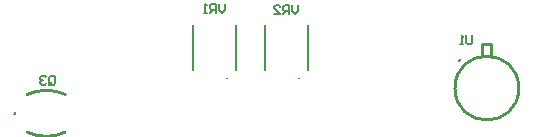
<source format=gbo>
G04*
G04 #@! TF.GenerationSoftware,Altium Limited,Altium Designer,19.1.5 (86)*
G04*
G04 Layer_Color=417716*
%FSAX24Y24*%
%MOIN*%
G70*
G01*
G75*
%ADD13C,0.0079*%
%ADD14C,0.0100*%
%ADD16C,0.0060*%
D13*
X025419Y009867D02*
G03*
X025419Y009867I-000009J000000D01*
G01*
X027819D02*
G03*
X027819Y009867I-000009J000000D01*
G01*
X024291Y010152D02*
Y011648D01*
X025709Y010152D02*
Y011648D01*
X026691Y010152D02*
Y011648D01*
X028109Y010152D02*
Y011648D01*
D14*
X018761Y008070D02*
G03*
X020021Y008071I000629J001367D01*
G01*
X020019Y009330D02*
G03*
X018759Y009329I-000629J-001367D01*
G01*
X018350Y008691D02*
G03*
X018350Y008691I-000013J000000D01*
G01*
X033169Y010466D02*
G03*
X033169Y010466I-000013J000000D01*
G01*
X035142Y009541D02*
G03*
X035142Y009541I-001063J000000D01*
G01*
X033906Y010630D02*
Y011002D01*
X034233D01*
Y010592D02*
Y011002D01*
D16*
X027800Y012300D02*
Y012100D01*
X027700Y012000D01*
X027600Y012100D01*
Y012300D01*
X027500Y012000D02*
Y012300D01*
X027350D01*
X027300Y012250D01*
Y012150D01*
X027350Y012100D01*
X027500D01*
X027400D02*
X027300Y012000D01*
X027000D02*
X027200D01*
X027000Y012200D01*
Y012250D01*
X027050Y012300D01*
X027150D01*
X027200Y012250D01*
X025350Y012350D02*
Y012150D01*
X025250Y012050D01*
X025150Y012150D01*
Y012350D01*
X025050Y012050D02*
Y012350D01*
X024900D01*
X024850Y012300D01*
Y012200D01*
X024900Y012150D01*
X025050D01*
X024950D02*
X024850Y012050D01*
X024750D02*
X024650D01*
X024700D01*
Y012350D01*
X024750Y012300D01*
X033600Y011300D02*
Y011050D01*
X033550Y011000D01*
X033450D01*
X033400Y011050D01*
Y011300D01*
X033300Y011000D02*
X033200D01*
X033250D01*
Y011300D01*
X033300Y011250D01*
X019500Y009700D02*
Y009900D01*
X019550Y009950D01*
X019650D01*
X019700Y009900D01*
Y009700D01*
X019650Y009650D01*
X019550D01*
X019600Y009750D02*
X019500Y009650D01*
X019550D02*
X019500Y009700D01*
X019400Y009900D02*
X019350Y009950D01*
X019250D01*
X019200Y009900D01*
Y009850D01*
X019250Y009800D01*
X019300D01*
X019250D01*
X019200Y009750D01*
Y009700D01*
X019250Y009650D01*
X019350D01*
X019400Y009700D01*
M02*

</source>
